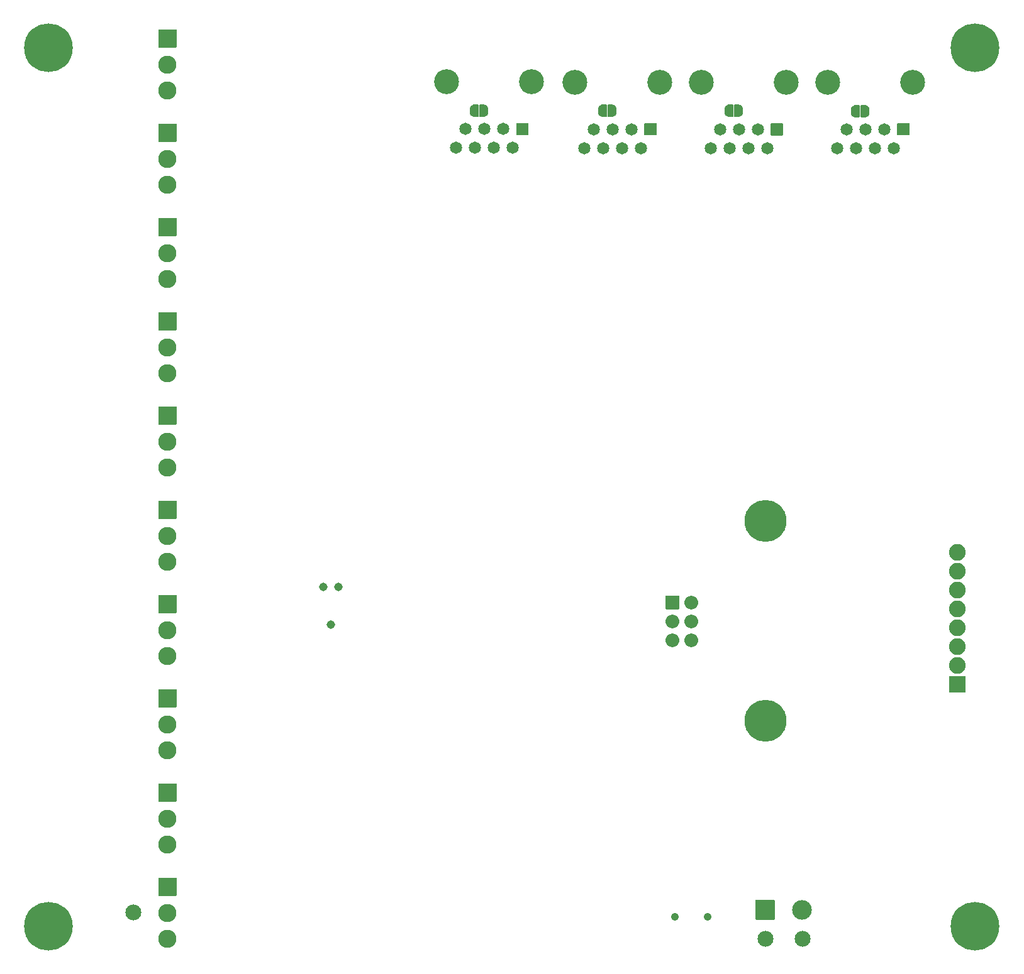
<source format=gbs>
G04 #@! TF.GenerationSoftware,KiCad,Pcbnew,6.0.10-86aedd382b~118~ubuntu18.04.1*
G04 #@! TF.CreationDate,2025-04-04T14:58:15-06:00*
G04 #@! TF.ProjectId,mss-xcade,6d73732d-7863-4616-9465-2e6b69636164,rev?*
G04 #@! TF.SameCoordinates,Original*
G04 #@! TF.FileFunction,Soldermask,Bot*
G04 #@! TF.FilePolarity,Negative*
%FSLAX46Y46*%
G04 Gerber Fmt 4.6, Leading zero omitted, Abs format (unit mm)*
G04 Created by KiCad (PCBNEW 6.0.10-86aedd382b~118~ubuntu18.04.1) date 2025-04-04 14:58:15*
%MOMM*%
%LPD*%
G01*
G04 APERTURE LIST*
%ADD10C,2.452400*%
%ADD11O,1.852400X1.852400*%
%ADD12C,3.352400*%
%ADD13C,1.652400*%
%ADD14C,6.552400*%
%ADD15C,5.652400*%
%ADD16C,1.143000*%
%ADD17C,2.652400*%
%ADD18C,1.052400*%
%ADD19C,2.252400*%
%ADD20C,2.152400*%
G04 APERTURE END LIST*
G36*
G01*
X95370000Y-88181800D02*
X97670000Y-88181800D01*
G75*
G02*
X97746200Y-88258000I0J-76200D01*
G01*
X97746200Y-90558000D01*
G75*
G02*
X97670000Y-90634200I-76200J0D01*
G01*
X95370000Y-90634200D01*
G75*
G02*
X95293800Y-90558000I0J76200D01*
G01*
X95293800Y-88258000D01*
G75*
G02*
X95370000Y-88181800I76200J0D01*
G01*
G37*
D10*
X96520000Y-92908000D03*
X96520000Y-96408000D03*
G36*
G01*
X95370000Y-37381800D02*
X97670000Y-37381800D01*
G75*
G02*
X97746200Y-37458000I0J-76200D01*
G01*
X97746200Y-39758000D01*
G75*
G02*
X97670000Y-39834200I-76200J0D01*
G01*
X95370000Y-39834200D01*
G75*
G02*
X95293800Y-39758000I0J76200D01*
G01*
X95293800Y-37458000D01*
G75*
G02*
X95370000Y-37381800I76200J0D01*
G01*
G37*
X96520000Y-42108000D03*
X96520000Y-45608000D03*
G36*
G01*
X95370000Y-126281800D02*
X97670000Y-126281800D01*
G75*
G02*
X97746200Y-126358000I0J-76200D01*
G01*
X97746200Y-128658000D01*
G75*
G02*
X97670000Y-128734200I-76200J0D01*
G01*
X95370000Y-128734200D01*
G75*
G02*
X95293800Y-128658000I0J76200D01*
G01*
X95293800Y-126358000D01*
G75*
G02*
X95370000Y-126281800I76200J0D01*
G01*
G37*
X96520000Y-131008000D03*
X96520000Y-134508000D03*
G36*
G01*
X163533800Y-102719000D02*
X163533800Y-101019000D01*
G75*
G02*
X163610000Y-100942800I76200J0D01*
G01*
X165310000Y-100942800D01*
G75*
G02*
X165386200Y-101019000I0J-76200D01*
G01*
X165386200Y-102719000D01*
G75*
G02*
X165310000Y-102795200I-76200J0D01*
G01*
X163610000Y-102795200D01*
G75*
G02*
X163533800Y-102719000I0J76200D01*
G01*
G37*
D11*
X167000000Y-101869000D03*
X164460000Y-104409000D03*
X167000000Y-104409000D03*
X164460000Y-106949000D03*
X167000000Y-106949000D03*
D12*
X196814500Y-31770000D03*
X185384500Y-31770000D03*
G36*
G01*
X196370700Y-37370000D02*
X196370700Y-38870000D01*
G75*
G02*
X196294500Y-38946200I-76200J0D01*
G01*
X194794500Y-38946200D01*
G75*
G02*
X194718300Y-38870000I0J76200D01*
G01*
X194718300Y-37370000D01*
G75*
G02*
X194794500Y-37293800I76200J0D01*
G01*
X196294500Y-37293800D01*
G75*
G02*
X196370700Y-37370000I0J-76200D01*
G01*
G37*
D13*
X194274500Y-40660000D03*
X193004500Y-38120000D03*
X191734500Y-40660000D03*
X190464500Y-38120000D03*
X189194500Y-40660000D03*
X187924500Y-38120000D03*
X186654500Y-40660000D03*
D12*
X145542000Y-31750000D03*
X134112000Y-31750000D03*
G36*
G01*
X145098200Y-37350000D02*
X145098200Y-38850000D01*
G75*
G02*
X145022000Y-38926200I-76200J0D01*
G01*
X143522000Y-38926200D01*
G75*
G02*
X143445800Y-38850000I0J76200D01*
G01*
X143445800Y-37350000D01*
G75*
G02*
X143522000Y-37273800I76200J0D01*
G01*
X145022000Y-37273800D01*
G75*
G02*
X145098200Y-37350000I0J-76200D01*
G01*
G37*
D13*
X143002000Y-40640000D03*
X141732000Y-38100000D03*
X140462000Y-40640000D03*
X139192000Y-38100000D03*
X137922000Y-40640000D03*
X136652000Y-38100000D03*
X135382000Y-40640000D03*
G36*
G01*
X95370000Y-24681800D02*
X97670000Y-24681800D01*
G75*
G02*
X97746200Y-24758000I0J-76200D01*
G01*
X97746200Y-27058000D01*
G75*
G02*
X97670000Y-27134200I-76200J0D01*
G01*
X95370000Y-27134200D01*
G75*
G02*
X95293800Y-27058000I0J76200D01*
G01*
X95293800Y-24758000D01*
G75*
G02*
X95370000Y-24681800I76200J0D01*
G01*
G37*
D10*
X96520000Y-29408000D03*
X96520000Y-32908000D03*
G36*
G01*
X95370000Y-62781800D02*
X97670000Y-62781800D01*
G75*
G02*
X97746200Y-62858000I0J-76200D01*
G01*
X97746200Y-65158000D01*
G75*
G02*
X97670000Y-65234200I-76200J0D01*
G01*
X95370000Y-65234200D01*
G75*
G02*
X95293800Y-65158000I0J76200D01*
G01*
X95293800Y-62858000D01*
G75*
G02*
X95370000Y-62781800I76200J0D01*
G01*
G37*
X96520000Y-67508000D03*
X96520000Y-71008000D03*
D14*
X80518000Y-145542000D03*
D15*
X177038000Y-117856000D03*
D16*
X117475000Y-99822000D03*
X119507000Y-99822000D03*
X118491000Y-104902000D03*
D14*
X205232000Y-145542000D03*
G36*
G01*
X95370000Y-138981800D02*
X97670000Y-138981800D01*
G75*
G02*
X97746200Y-139058000I0J-76200D01*
G01*
X97746200Y-141358000D01*
G75*
G02*
X97670000Y-141434200I-76200J0D01*
G01*
X95370000Y-141434200D01*
G75*
G02*
X95293800Y-141358000I0J76200D01*
G01*
X95293800Y-139058000D01*
G75*
G02*
X95370000Y-138981800I76200J0D01*
G01*
G37*
D10*
X96520000Y-143708000D03*
X96520000Y-147208000D03*
G36*
G01*
X95370000Y-100881800D02*
X97670000Y-100881800D01*
G75*
G02*
X97746200Y-100958000I0J-76200D01*
G01*
X97746200Y-103258000D01*
G75*
G02*
X97670000Y-103334200I-76200J0D01*
G01*
X95370000Y-103334200D01*
G75*
G02*
X95293800Y-103258000I0J76200D01*
G01*
X95293800Y-100958000D01*
G75*
G02*
X95370000Y-100881800I76200J0D01*
G01*
G37*
X96520000Y-105608000D03*
X96520000Y-109108000D03*
D15*
X177038000Y-90932000D03*
D14*
X205232000Y-27178000D03*
X80518000Y-27178000D03*
G36*
G01*
X95370000Y-75481800D02*
X97670000Y-75481800D01*
G75*
G02*
X97746200Y-75558000I0J-76200D01*
G01*
X97746200Y-77858000D01*
G75*
G02*
X97670000Y-77934200I-76200J0D01*
G01*
X95370000Y-77934200D01*
G75*
G02*
X95293800Y-77858000I0J76200D01*
G01*
X95293800Y-75558000D01*
G75*
G02*
X95370000Y-75481800I76200J0D01*
G01*
G37*
D10*
X96520000Y-80208000D03*
X96520000Y-83708000D03*
G36*
G01*
X175624800Y-144552000D02*
X175624800Y-142052000D01*
G75*
G02*
X175701000Y-141975800I76200J0D01*
G01*
X178201000Y-141975800D01*
G75*
G02*
X178277200Y-142052000I0J-76200D01*
G01*
X178277200Y-144552000D01*
G75*
G02*
X178201000Y-144628200I-76200J0D01*
G01*
X175701000Y-144628200D01*
G75*
G02*
X175624800Y-144552000I0J76200D01*
G01*
G37*
D17*
X181951000Y-143302000D03*
G36*
G01*
X95370000Y-113581800D02*
X97670000Y-113581800D01*
G75*
G02*
X97746200Y-113658000I0J-76200D01*
G01*
X97746200Y-115958000D01*
G75*
G02*
X97670000Y-116034200I-76200J0D01*
G01*
X95370000Y-116034200D01*
G75*
G02*
X95293800Y-115958000I0J76200D01*
G01*
X95293800Y-113658000D01*
G75*
G02*
X95370000Y-113581800I76200J0D01*
G01*
G37*
D10*
X96520000Y-118308000D03*
X96520000Y-121808000D03*
D12*
X179796500Y-31790000D03*
X168366500Y-31790000D03*
G36*
G01*
X179352700Y-37390000D02*
X179352700Y-38890000D01*
G75*
G02*
X179276500Y-38966200I-76200J0D01*
G01*
X177776500Y-38966200D01*
G75*
G02*
X177700300Y-38890000I0J76200D01*
G01*
X177700300Y-37390000D01*
G75*
G02*
X177776500Y-37313800I76200J0D01*
G01*
X179276500Y-37313800D01*
G75*
G02*
X179352700Y-37390000I0J-76200D01*
G01*
G37*
D13*
X177256500Y-40680000D03*
X175986500Y-38140000D03*
X174716500Y-40680000D03*
X173446500Y-38140000D03*
X172176500Y-40680000D03*
X170906500Y-38140000D03*
X169636500Y-40680000D03*
D18*
X169205000Y-144272000D03*
X164805000Y-144272000D03*
D12*
X162778500Y-31770000D03*
X151348500Y-31770000D03*
G36*
G01*
X162334700Y-37370000D02*
X162334700Y-38870000D01*
G75*
G02*
X162258500Y-38946200I-76200J0D01*
G01*
X160758500Y-38946200D01*
G75*
G02*
X160682300Y-38870000I0J76200D01*
G01*
X160682300Y-37370000D01*
G75*
G02*
X160758500Y-37293800I76200J0D01*
G01*
X162258500Y-37293800D01*
G75*
G02*
X162334700Y-37370000I0J-76200D01*
G01*
G37*
D13*
X160238500Y-40660000D03*
X158968500Y-38120000D03*
X157698500Y-40660000D03*
X156428500Y-38120000D03*
X155158500Y-40660000D03*
X153888500Y-38120000D03*
X152618500Y-40660000D03*
G36*
G01*
X203869000Y-114029200D02*
X201769000Y-114029200D01*
G75*
G02*
X201692800Y-113953000I0J76200D01*
G01*
X201692800Y-111853000D01*
G75*
G02*
X201769000Y-111776800I76200J0D01*
G01*
X203869000Y-111776800D01*
G75*
G02*
X203945200Y-111853000I0J-76200D01*
G01*
X203945200Y-113953000D01*
G75*
G02*
X203869000Y-114029200I-76200J0D01*
G01*
G37*
D19*
X202819000Y-110363000D03*
X202819000Y-107823000D03*
X202819000Y-105283000D03*
X202819000Y-102743000D03*
X202819000Y-100203000D03*
X202819000Y-97663000D03*
X202819000Y-95123000D03*
G36*
G01*
X95370000Y-50081800D02*
X97670000Y-50081800D01*
G75*
G02*
X97746200Y-50158000I0J-76200D01*
G01*
X97746200Y-52458000D01*
G75*
G02*
X97670000Y-52534200I-76200J0D01*
G01*
X95370000Y-52534200D01*
G75*
G02*
X95293800Y-52458000I0J76200D01*
G01*
X95293800Y-50158000D01*
G75*
G02*
X95370000Y-50081800I76200J0D01*
G01*
G37*
D10*
X96520000Y-54808000D03*
X96520000Y-58308000D03*
D20*
X91948000Y-143637000D03*
G36*
X172821020Y-36431873D02*
G01*
X172794958Y-36386732D01*
X172793800Y-36373500D01*
X172793800Y-34873500D01*
X172811627Y-34824520D01*
X172856768Y-34798458D01*
X172870000Y-34797300D01*
X173370000Y-34797300D01*
X173384334Y-34802517D01*
X173451337Y-34803745D01*
X173472664Y-34807199D01*
X173607979Y-34849474D01*
X173627480Y-34858775D01*
X173745490Y-34937330D01*
X173761596Y-34951731D01*
X173852816Y-35060250D01*
X173864233Y-35078592D01*
X173921328Y-35208351D01*
X173927138Y-35229160D01*
X173944060Y-35358568D01*
X173945042Y-35360268D01*
X173946200Y-35373500D01*
X173946200Y-35873500D01*
X173945448Y-35875566D01*
X173945256Y-35891333D01*
X173923445Y-36031410D01*
X173917128Y-36052070D01*
X173856880Y-36180395D01*
X173845018Y-36198453D01*
X173751174Y-36304711D01*
X173734721Y-36318713D01*
X173614826Y-36394361D01*
X173595105Y-36403183D01*
X173458798Y-36442140D01*
X173437392Y-36445073D01*
X173389745Y-36444782D01*
X173383232Y-36448542D01*
X173370000Y-36449700D01*
X172870000Y-36449700D01*
X172821020Y-36431873D01*
G37*
G36*
X172055919Y-36444575D02*
G01*
X171995630Y-36444207D01*
X171974262Y-36441013D01*
X171838441Y-36400394D01*
X171818828Y-36391332D01*
X171699866Y-36314225D01*
X171683585Y-36300022D01*
X171591047Y-36192625D01*
X171579408Y-36174424D01*
X171520731Y-36045372D01*
X171514667Y-36024635D01*
X171494570Y-35884302D01*
X171493800Y-35873500D01*
X171493800Y-35373500D01*
X171493806Y-35372571D01*
X171493955Y-35360355D01*
X171495005Y-35348642D01*
X171518525Y-35208841D01*
X171525094Y-35188258D01*
X171586906Y-35060679D01*
X171598987Y-35042768D01*
X171694122Y-34937664D01*
X171710745Y-34923863D01*
X171831555Y-34849686D01*
X171851383Y-34841106D01*
X171988156Y-34803817D01*
X172009596Y-34801147D01*
X172050802Y-34801902D01*
X172056768Y-34798458D01*
X172070000Y-34797300D01*
X172570000Y-34797300D01*
X172618980Y-34815127D01*
X172645042Y-34860268D01*
X172646200Y-34873500D01*
X172646200Y-36373500D01*
X172628373Y-36422480D01*
X172583232Y-36448542D01*
X172570000Y-36449700D01*
X172070000Y-36449700D01*
X172055919Y-36444575D01*
G37*
G36*
X155803020Y-36431873D02*
G01*
X155776958Y-36386732D01*
X155775800Y-36373500D01*
X155775800Y-34873500D01*
X155793627Y-34824520D01*
X155838768Y-34798458D01*
X155852000Y-34797300D01*
X156352000Y-34797300D01*
X156366334Y-34802517D01*
X156433337Y-34803745D01*
X156454664Y-34807199D01*
X156589979Y-34849474D01*
X156609480Y-34858775D01*
X156727490Y-34937330D01*
X156743596Y-34951731D01*
X156834816Y-35060250D01*
X156846233Y-35078592D01*
X156903328Y-35208351D01*
X156909138Y-35229160D01*
X156926060Y-35358568D01*
X156927042Y-35360268D01*
X156928200Y-35373500D01*
X156928200Y-35873500D01*
X156927448Y-35875566D01*
X156927256Y-35891333D01*
X156905445Y-36031410D01*
X156899128Y-36052070D01*
X156838880Y-36180395D01*
X156827018Y-36198453D01*
X156733174Y-36304711D01*
X156716721Y-36318713D01*
X156596826Y-36394361D01*
X156577105Y-36403183D01*
X156440798Y-36442140D01*
X156419392Y-36445073D01*
X156371745Y-36444782D01*
X156365232Y-36448542D01*
X156352000Y-36449700D01*
X155852000Y-36449700D01*
X155803020Y-36431873D01*
G37*
G36*
X155037919Y-36444575D02*
G01*
X154977630Y-36444207D01*
X154956262Y-36441013D01*
X154820441Y-36400394D01*
X154800828Y-36391332D01*
X154681866Y-36314225D01*
X154665585Y-36300022D01*
X154573047Y-36192625D01*
X154561408Y-36174424D01*
X154502731Y-36045372D01*
X154496667Y-36024635D01*
X154476570Y-35884302D01*
X154475800Y-35873500D01*
X154475800Y-35373500D01*
X154475806Y-35372571D01*
X154475955Y-35360355D01*
X154477005Y-35348642D01*
X154500525Y-35208841D01*
X154507094Y-35188258D01*
X154568906Y-35060679D01*
X154580987Y-35042768D01*
X154676122Y-34937664D01*
X154692745Y-34923863D01*
X154813555Y-34849686D01*
X154833383Y-34841106D01*
X154970156Y-34803817D01*
X154991596Y-34801147D01*
X155032802Y-34801902D01*
X155038768Y-34798458D01*
X155052000Y-34797300D01*
X155552000Y-34797300D01*
X155600980Y-34815127D01*
X155627042Y-34860268D01*
X155628200Y-34873500D01*
X155628200Y-36373500D01*
X155610373Y-36422480D01*
X155565232Y-36448542D01*
X155552000Y-36449700D01*
X155052000Y-36449700D01*
X155037919Y-36444575D01*
G37*
X177038000Y-147193000D03*
G36*
X189839020Y-36495373D02*
G01*
X189812958Y-36450232D01*
X189811800Y-36437000D01*
X189811800Y-34937000D01*
X189829627Y-34888020D01*
X189874768Y-34861958D01*
X189888000Y-34860800D01*
X190388000Y-34860800D01*
X190402334Y-34866017D01*
X190469337Y-34867245D01*
X190490664Y-34870699D01*
X190625979Y-34912974D01*
X190645480Y-34922275D01*
X190763490Y-35000830D01*
X190779596Y-35015231D01*
X190870816Y-35123750D01*
X190882233Y-35142092D01*
X190939328Y-35271851D01*
X190945138Y-35292660D01*
X190962060Y-35422068D01*
X190963042Y-35423768D01*
X190964200Y-35437000D01*
X190964200Y-35937000D01*
X190963448Y-35939066D01*
X190963256Y-35954833D01*
X190941445Y-36094910D01*
X190935128Y-36115570D01*
X190874880Y-36243895D01*
X190863018Y-36261953D01*
X190769174Y-36368211D01*
X190752721Y-36382213D01*
X190632826Y-36457861D01*
X190613105Y-36466683D01*
X190476798Y-36505640D01*
X190455392Y-36508573D01*
X190407745Y-36508282D01*
X190401232Y-36512042D01*
X190388000Y-36513200D01*
X189888000Y-36513200D01*
X189839020Y-36495373D01*
G37*
G36*
X189073919Y-36508075D02*
G01*
X189013630Y-36507707D01*
X188992262Y-36504513D01*
X188856441Y-36463894D01*
X188836828Y-36454832D01*
X188717866Y-36377725D01*
X188701585Y-36363522D01*
X188609047Y-36256125D01*
X188597408Y-36237924D01*
X188538731Y-36108872D01*
X188532667Y-36088135D01*
X188512570Y-35947802D01*
X188511800Y-35937000D01*
X188511800Y-35437000D01*
X188511806Y-35436071D01*
X188511955Y-35423855D01*
X188513005Y-35412142D01*
X188536525Y-35272341D01*
X188543094Y-35251758D01*
X188604906Y-35124179D01*
X188616987Y-35106268D01*
X188712122Y-35001164D01*
X188728745Y-34987363D01*
X188849555Y-34913186D01*
X188869383Y-34904606D01*
X189006156Y-34867317D01*
X189027596Y-34864647D01*
X189068802Y-34865402D01*
X189074768Y-34861958D01*
X189088000Y-34860800D01*
X189588000Y-34860800D01*
X189636980Y-34878627D01*
X189663042Y-34923768D01*
X189664200Y-34937000D01*
X189664200Y-36437000D01*
X189646373Y-36485980D01*
X189601232Y-36512042D01*
X189588000Y-36513200D01*
X189088000Y-36513200D01*
X189073919Y-36508075D01*
G37*
G36*
X138531020Y-36431873D02*
G01*
X138504958Y-36386732D01*
X138503800Y-36373500D01*
X138503800Y-34873500D01*
X138521627Y-34824520D01*
X138566768Y-34798458D01*
X138580000Y-34797300D01*
X139080000Y-34797300D01*
X139094334Y-34802517D01*
X139161337Y-34803745D01*
X139182664Y-34807199D01*
X139317979Y-34849474D01*
X139337480Y-34858775D01*
X139455490Y-34937330D01*
X139471596Y-34951731D01*
X139562816Y-35060250D01*
X139574233Y-35078592D01*
X139631328Y-35208351D01*
X139637138Y-35229160D01*
X139654060Y-35358568D01*
X139655042Y-35360268D01*
X139656200Y-35373500D01*
X139656200Y-35873500D01*
X139655448Y-35875566D01*
X139655256Y-35891333D01*
X139633445Y-36031410D01*
X139627128Y-36052070D01*
X139566880Y-36180395D01*
X139555018Y-36198453D01*
X139461174Y-36304711D01*
X139444721Y-36318713D01*
X139324826Y-36394361D01*
X139305105Y-36403183D01*
X139168798Y-36442140D01*
X139147392Y-36445073D01*
X139099745Y-36444782D01*
X139093232Y-36448542D01*
X139080000Y-36449700D01*
X138580000Y-36449700D01*
X138531020Y-36431873D01*
G37*
G36*
X137765919Y-36444575D02*
G01*
X137705630Y-36444207D01*
X137684262Y-36441013D01*
X137548441Y-36400394D01*
X137528828Y-36391332D01*
X137409866Y-36314225D01*
X137393585Y-36300022D01*
X137301047Y-36192625D01*
X137289408Y-36174424D01*
X137230731Y-36045372D01*
X137224667Y-36024635D01*
X137204570Y-35884302D01*
X137203800Y-35873500D01*
X137203800Y-35373500D01*
X137203806Y-35372571D01*
X137203955Y-35360355D01*
X137205005Y-35348642D01*
X137228525Y-35208841D01*
X137235094Y-35188258D01*
X137296906Y-35060679D01*
X137308987Y-35042768D01*
X137404122Y-34937664D01*
X137420745Y-34923863D01*
X137541555Y-34849686D01*
X137561383Y-34841106D01*
X137698156Y-34803817D01*
X137719596Y-34801147D01*
X137760802Y-34801902D01*
X137766768Y-34798458D01*
X137780000Y-34797300D01*
X138280000Y-34797300D01*
X138328980Y-34815127D01*
X138355042Y-34860268D01*
X138356200Y-34873500D01*
X138356200Y-36373500D01*
X138338373Y-36422480D01*
X138293232Y-36448542D01*
X138280000Y-36449700D01*
X137780000Y-36449700D01*
X137765919Y-36444575D01*
G37*
X181991000Y-147193000D03*
M02*

</source>
